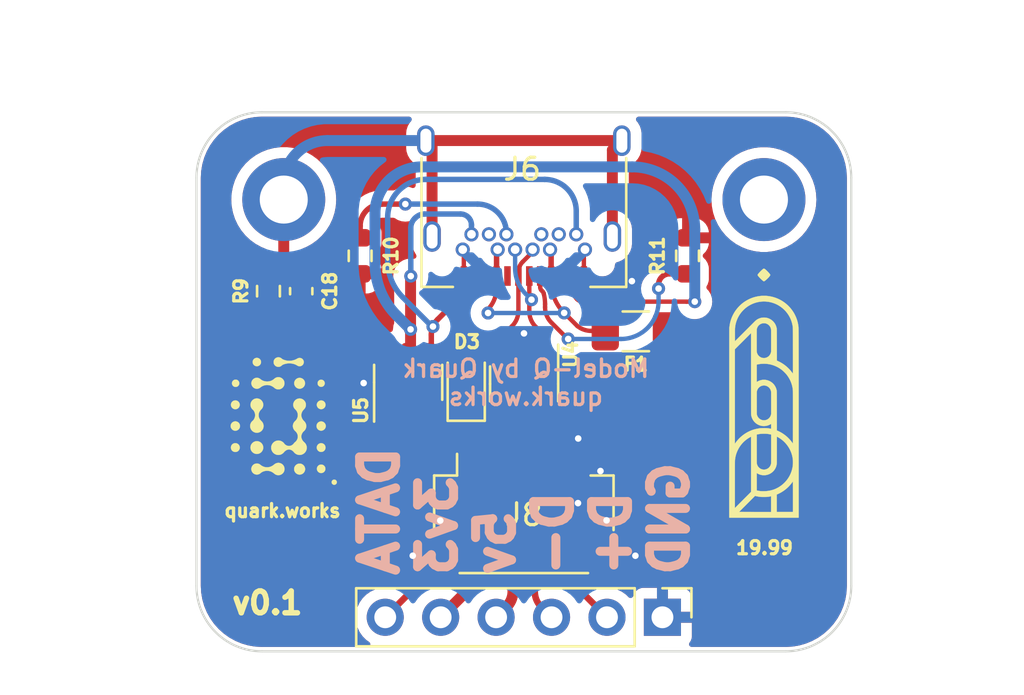
<source format=kicad_pcb>
(kicad_pcb (version 20221018) (generator pcbnew)
  (layers (0 "F.Cu" signal) (31 "B.Cu" signal) (34 "B.Paste" user) (35 "F.Paste" user) (36 "B.SilkS" user "B.Silkscreen") (37 "F.SilkS" user "F.Silkscreen") (38 "B.Mask" user) (39 "F.Mask" user) (44 "Edge.Cuts" user))
  (net 0 "")
  (net 1 "Net-(F1-Pad1)")
  (net 2 "+5V")
  (net 3 "GND")
  (net 4 "3vCable")
  (net 5 "Net-(J6-SHIELD)")
  (net 7 "DBUS+")
  (net 8 "DBUS-")
  (net 9 "Net-(J6-CC1)")
  (net 11 "DATA")
  (net 14 "Net-(J6-CC2)")
  (net 17 "D+")
  (net 18 "D-")
  (net 19 "DATABUS")
  (net 22 "3vDiode")
  (footprint "Diode_SMD:D_SOD-323" (layer "F.Cu") (at 35.3 30.6175 90)
    (fp_text reference "D3")
    (fp_text value "Schottky Diode")
  )
  (footprint "MountingHole:MountingHole_2.2mm_M2_DIN965_Pad" (layer "F.Cu") (at 48.94 22.093961)
    (fp_text reference "H10" hide)
    (fp_text value "MountingHole" hide)
  )
  (footprint "Fuse:Fuse_1206_3216Metric" (layer "F.Cu") (at 43.0715 28.13005)
    (fp_text reference "F1")
    (fp_text value "500 mA")
  )
  (footprint "Connector_JST:JST_SH_SM06B-SRSS-TB_1x06-1MP_P1.00mm_Horizontal" (layer "F.Cu") (at 37.94 36.52)
    (fp_text reference "J8")
    (fp_text value "Conn_01x06")
  )
  (footprint "Package_TO_SOT_SMD:SOT-23-6" (layer "F.Cu") (at 32.64 30.465513 90)
    (fp_text reference "U5")
    (fp_text value "USBLC6-2SC6")
  )
  (footprint "Resistor_SMD:R_0603_1608Metric" (layer "F.Cu") (at 26.24 26.29 90)
    (fp_text reference "R9")
    (fp_text value "1M")
  )
  (footprint "Package_TO_SOT_SMD:SOT-23-6" (layer "F.Cu") (at 37.952461 30.537661 -90)
    (fp_text reference "U4")
    (fp_text value "USBLC6-2SC6")
  )
  (footprint "1999:1999 logo md" (layer "F.Cu") (at 48.725369 30.928984)
    (fp_text reference "H12" hide)
    (fp_text value "1999 logo" hide)
  )
  (footprint "Resistor_SMD:R_0603_1608Metric" (layer "F.Cu") (at 45.44 24.67005 90)
    (fp_text reference "R11")
    (fp_text value "5.1k")
  )
  (footprint "MountingHole:MountingHole_2.2mm_M2_DIN965_Pad" (layer "F.Cu") (at 26.94 22.093961)
    (fp_text reference "H9" hide)
    (fp_text value "MountingHole_Pad" hide)
  )
  (footprint "Rectangles:TYPE-C_24P_QCHT" (layer "F.Cu") (at 37.94 17.575 180)
    (fp_text reference "J6")
    (fp_text value "USB C Connector")
  )
  (footprint "Resistor_SMD:R_0603_1608Metric" (layer "F.Cu") (at 30.44 24.67005 90)
    (fp_text reference "R10")
    (fp_text value "5.1k")
  )
  (footprint "qw-logo:qw new logo silk + copper sm" (layer "F.Cu") (at 26.94 32.24)
    (fp_text reference "H11" hide)
    (fp_text value "qw logo" hide)
  )
  (footprint "Connector_PinHeader_2.54mm:PinHeader_1x06_P2.54mm_Vertical" (layer "F.Cu") (at 44.288893 41.23 -90)
    (fp_text reference "J7" hide)
    (fp_text value "Conn_01x06" hide)
  )
  (footprint "Capacitor_SMD:C_0603_1608Metric" (layer "F.Cu") (at 27.74 26.29 -90)
    (fp_text reference "C18")
    (fp_text value "4.7u")
  )
  (gr_arc (start 25.94 42.79) (mid 23.81868 41.91132) (end 22.94 39.79) (stroke (width 0.1)) (layer "Edge.Cuts"))
  (gr_line (start 49.94 18.093961) (end 25.94 18.093961) (stroke (width 0.1)) (layer "Edge.Cuts"))
  (gr_arc (start 49.94 18.093961) (mid 52.06132 18.972641) (end 52.94 21.093961) (stroke (width 0.1)) (layer "Edge.Cuts"))
  (gr_line (start 22.94 39.79) (end 22.94 21.093961) (stroke (width 0.1)) (layer "Edge.Cuts"))
  (gr_line (start 52.94 39.79) (end 52.94 21.093961) (stroke (width 0.1)) (layer "Edge.Cuts"))
  (gr_arc (start 22.94 21.093961) (mid 23.818693 18.972666) (end 25.94 18.093961) (stroke (width 0.1)) (layer "Edge.Cuts"))
  (gr_line (start 49.94 42.79) (end 25.94 42.79) (stroke (width 0.1)) (layer "Edge.Cuts"))
  (gr_arc (start 52.94 39.79) (mid 52.06132 41.91132) (end 49.94 42.79) (stroke (width 0.1)) (layer "Edge.Cuts"))
  (gr_text "Model-Q by Quark\nquark.works" (at 38.03 31.59) (layer "B.SilkS") (effects (font (size 0.8 0.8) (thickness 0.15) bold) (justify bottom mirror)))
  (gr_text "DATA\n3v3\n5v\nD-\nD+\nGND" (at 45.57 39.5 90) (layer "B.SilkS") (effects (font (size 1.65 1.65) (thickness 0.4125) bold) (justify right bottom mirror)))
  (gr_text "v0.1" (at 24.45 41.16) (layer "F.SilkS") (effects (font (size 1 1) (thickness 0.25) bold) (justify left bottom)))
  (gr_text "quark.works" (at 24.14 36.7) (layer "F.SilkS") (effects (font (size 0.6 0.6) (thickness 0.15) bold) (justify left bottom)))
  (gr_text "19.99" (at 47.58 38.4) (layer "F.SilkS") (effects (font (size 0.6 0.6) (thickness 0.15) bold) (justify left bottom)))
  (segment (start 39.787052 27.285602) (end 39.787052 27.282689) (width 0.2) (layer "F.Cu") (net 1))
  (segment (start 39.787052 27.282689) (end 39.694129 27.189766) (width 0.2) (layer "F.Cu") (net 1))
  (segment (start 39.787052 27.285602) (end 39.789867 27.285602) (width 0.2) (layer "F.Cu") (net 1))
  (segment (start 41.025714 28.11005) (end 41.9115 28.11005) (width 0.2) (layer "F.Cu") (net 1))
  (segment (start 36.69 26.145773) (end 36.69 25.59005) (width 0.2) (layer "F.Cu") (net 1))
  (segment (start 39.789867 27.285602) (end 40.38952 27.885255) (width 0.2) (layer "F.Cu") (net 1))
  (segment (start 36.3 27.29) (end 36.3 27.108915) (width 0.2) (layer "F.Cu") (net 1))
  (segment (start 39.19 25.59005) (end 39.19 24.43005) (width 0.25) (layer "F.Cu") (net 1))
  (segment (start 36.3 27.108915) (end 36.3588 27.050115) (width 0.2) (layer "F.Cu") (net 1))
  (segment (start 39.19 25.844191) (end 39.19 25.59005) (width 0.2) (layer "F.Cu") (net 1))
  (segment (start 36.69 25.59005) (end 36.69 24.43005) (width 0.25) (layer "F.Cu") (net 1))
  (segment (start 39.19 24.43005) (end 39.14 24.38005) (width 0.25) (layer "F.Cu") (net 1))
  (segment (start 36.69 24.43005) (end 36.74 24.38005) (width 0.25) (layer "F.Cu") (net 1))
  (via (at 36.3 27.29) (size 0.6) (drill 0.3) (layers "F.Cu" "B.Cu") (net 1))
  (via (at 39.787052 27.285602) (size 0.6) (drill 0.3) (layers "F.Cu" "B.Cu") (net 1))
  (arc (start 40.38952 27.885255) (mid 40.688824 28.051596) (end 41.025714 28.11005) (width 0.2) (layer "F.Cu") (net 1))
  (arc (start 36.3588 27.050115) (mid 36.604089 26.626895) (end 36.69 26.145773) (width 0.2) (layer "F.Cu") (net 1))
  (arc (start 39.694129 27.189766) (mid 39.320649 26.562243) (end 39.19 25.844191) (width 0.2) (layer "F.Cu") (net 1))
  (segment (start 39.782654 27.29) (end 36.3 27.29) (width 0.2) (layer "B.Cu") (net 1))
  (segment (start 39.787052 27.285602) (end 39.782654 27.29) (width 0.2) (layer "B.Cu") (net 1))
  (segment (start 37.147107 40.751786) (end 36.668893 41.23) (width 0.5) (layer "F.Cu") (net 2))
  (segment (start 43.053602 30.54) (end 36.852869 30.54) (width 0.5) (layer "F.Cu") (net 2))
  (segment (start 37.44 34.52) (end 37.44 40.044679) (width 0.5) (layer "F.Cu") (net 2))
  (segment (start 37.952461 31.675161) (end 37.952461 30.635122) (width 0.5) (layer "F.Cu") (net 2))
  (segment (start 37.44 33.69) (end 37.44 34.52) (width 0.5) (layer "F.Cu") (net 2))
  (segment (start 36.24 31.152869) (end 36.24 32.137467) (width 0.5) (layer "F.Cu") (net 2))
  (segment (start 44.4715 28.13005) (end 44.4715 29.122102) (width 0.5) (layer "F.Cu") (net 2))
  (segment (start 36.489278 32.739278) (end 37.44 33.69) (width 0.5) (layer "F.Cu") (net 2))
  (arc (start 44.4715 29.122102) (mid 44.056207 30.124707) (end 43.053602 30.54) (width 0.5) (layer "F.Cu") (net 2))
  (arc (start 37.44 40.044679) (mid 37.36388 40.427362) (end 37.147107 40.751786) (width 0.5) (layer "F.Cu") (net 2))
  (arc (start 36.24 31.152869) (mid 36.419505 30.719505) (end 36.852869 30.54) (width 0.5) (layer "F.Cu") (net 2))
  (arc (start 36.489278 32.739278) (mid 36.304785 32.463165) (end 36.24 32.137467) (width 0.5) (layer "F.Cu") (net 2))
  (segment (start 41.74 36.8) (end 41.73 36.79) (width 0.5) (layer "F.Cu") (net 3))
  (segment (start 40.69 25.59005) (end 40.69 25.75) (width 0.3) (layer "F.Cu") (net 3))
  (segment (start 37.952461 29.400161) (end 37.952461 28.230427) (width 0.25) (layer "F.Cu") (net 3))
  (segment (start 40.44 34.52) (end 40.44 35.98) (width 0.5) (layer "F.Cu") (net 3))
  (segment (start 41.74 38.395) (end 41.74 36.8) (width 0.5) (layer "F.Cu") (net 3))
  (segment (start 40.44 33.05) (end 40.43 33.04) (width 0.5) (layer "F.Cu") (net 3))
  (segment (start 34.14 38.395) (end 32.865 38.395) (width 0.5) (layer "F.Cu") (net 3))
  (segment (start 34.14 38.395) (end 34.14 36.83) (width 0.5) (layer "F.Cu") (net 3))
  (segment (start 42.692843 26.027157) (end 42.89 25.83) (width 0.3) (layer "F.Cu") (net 3))
  (segment (start 35.19 24.43005) (end 35.14 24.38005) (width 0.2) (layer "F.Cu") (net 3))
  (segment (start 41.674264 26.32005) (end 41.985736 26.32005) (width 0.3) (layer "F.Cu") (net 3))
  (segment (start 34.14 36.83) (end 34.11 36.8) (width 0.5) (layer "F.Cu") (net 3))
  (segment (start 41.74 38.395) (end 43.035 38.395) (width 0.5) (layer "F.Cu") (net 3))
  (segment (start 37.9415 28.88255) (end 37.9415 29.373419) (width 0.2) (layer "F.Cu") (net 3))
  (segment (start 37.952461 28.230427) (end 37.946334 28.2243) (width 0.25) (layer "F.Cu") (net 3))
  (segment (start 43.035 38.395) (end 43.05 38.41) (width 0.5) (layer "F.Cu") (net 3))
  (segment (start 30.601987 30.498013) (end 30.6 30.5) (width 0.25) (layer "F.Cu") (net 3))
  (segment (start 41.44 34.52) (end 41.45 34.53) (width 0.5) (layer "F.Cu") (net 3))
  (segment (start 40.44 35.98) (end 40.42 36) (width 0.5) (layer "F.Cu") (net 3))
  (segment (start 35.19 25.59005) (end 35.19 24.43005) (width 0.2) (layer "F.Cu") (net 3))
  (segment (start 40.44 34.52) (end 41.44 34.52) (width 0.5) (layer "F.Cu") (net 3))
  (segment (start 32.75 31.603013) (end 32.75 31.217252) (width 0.25) (layer "F.Cu") (net 3))
  (segment (start 32.030761 30.498013) (end 30.62 30.498013) (width 0.25) (layer "F.Cu") (net 3))
  (segment (start 40.44 34.52) (end 40.44 33.05) (width 0.5) (layer "F.Cu") (net 3))
  (segment (start 32.559619 30.757632) (end 32.49038 30.688393) (width 0.25) (layer "F.Cu") (net 3))
  (segment (start 30.62 30.498013) (end 30.601987 30.498013) (width 0.25) (layer "F.Cu") (net 3))
  (segment (start 32.865 38.395) (end 32.85 38.41) (width 0.5) (layer "F.Cu") (net 3))
  (segment (start 40.69 25.75) (end 40.967157 26.027157) (width 0.3) (layer "F.Cu") (net 3))
  (segment (start 40.69 25.59005) (end 40.69 24.43005) (width 0.2) (layer "F.Cu") (net 3))
  (segment (start 40.69 24.43005) (end 40.74 24.38005) (width 0.2) (layer "F.Cu") (net 3))
  (via (at 30.6 30.5) (size 0.6) (drill 0.3) (layers "F.Cu" "B.Cu") (net 3))
  (via (at 41.45 34.53) (size 0.6) (drill 0.3) (layers "F.Cu" "B.Cu") (net 3))
  (via (at 42.89 25.83) (size 0.6) (drill 0.3) (layers "F.Cu" "B.Cu") (net 3))
  (via (at 34.11 36.8) (size 0.6) (drill 0.3) (layers "F.Cu" "B.Cu") (net 3))
  (via (at 40.43 33.04) (size 0.6) (drill 0.3) (layers "F.Cu" "B.Cu") (net 3))
  (via (at 43.05 38.41) (size 0.6) (drill 0.3) (layers "F.Cu" "B.Cu") (net 3))
  (via (at 40.42 36) (size 0.6) (drill 0.3) (layers "F.Cu" "B.Cu") (net 3))
  (via (at 37.946334 28.2243) (size 0.6) (drill 0.3) (layers "F.Cu" "B.Cu") (net 3))
  (via (at 41.73 36.79) (size 0.6) (drill 0.3) (layers "F.Cu" "B.Cu") (net 3))
  (via (at 32.85 38.41) (size 0.6) (drill 0.3) (layers "F.Cu" "B.Cu") (net 3))
  (arc (start 32.49038 30.688393) (mid 32.279505 30.547491) (end 32.030761 30.498013) (width 0.25) (layer "F.Cu") (net 3))
  (arc (start 32.559619 30.757632) (mid 32.700522 30.968507) (end 32.75 31.217252) (width 0.25) (layer "F.Cu") (net 3))
  (arc (start 42.692843 26.027157) (mid 42.36842 26.24393) (end 41.985736 26.32005) (width 0.3) (layer "F.Cu") (net 3))
  (arc (start 40.967157 26.027157) (mid 41.29158 26.24393) (end 41.674264 26.32005) (width 0.3) (layer "F.Cu") (net 3))
  (segment (start 32.75 25.61) (end 32.76 25.6) (width 0.5) (layer "F.Cu") (net 4))
  (segment (start 35.3 29.718013) (end 35.3 29.5675) (width 0.5) (layer "F.Cu") (net 4))
  (segment (start 40.19 26.207914) (end 40.19 25.59005) (width 0.2) (layer "F.Cu") (net 4))
  (segment (start 45.39 26.77005) (end 40.657185 26.77005) (width 0.2) (layer "F.Cu") (net 4))
  (segment (start 32.75 28.04) (end 32.75 29.9) (width 0.5) (layer "F.Cu") (net 4))
  (segment (start 34.399487 30.468013) (end 34.55 30.468013) (width 0.5) (layer "F.Cu") (net 4))
  (segment (start 45.76995 26.77005) (end 45.77 26.77) (width 0.2) (layer "F.Cu") (net 4))
  (segment (start 32.75 29.328013) (end 32.75 29.884878) (width 0.5) (layer "F.Cu") (net 4))
  (segment (start 45.39 26.77005) (end 45.76995 26.77005) (width 0.2) (layer "F.Cu") (net 4))
  (segment (start 32.75 28.04) (end 32.75 25.61) (width 0.5) (layer "F.Cu") (net 4))
  (segment (start 34.3925 30.475) (end 33.340122 30.475) (width 0.5) (layer "F.Cu") (net 4))
  (segment (start 33.340122 30.475) (end 33.333135 30.468013) (width 0.5) (layer "F.Cu") (net 4))
  (segment (start 34.399487 30.468013) (end 34.3925 30.475) (width 0.5) (layer "F.Cu") (net 4))
  (segment (start 32.896447 30.238432) (end 32.979582 30.321567) (width 0.5) (layer "F.Cu") (net 4))
  (via (at 32.76 25.6) (size 0.6) (drill 0.3) (layers "F.Cu" "B.Cu") (net 4))
  (via (at 32.75 28.04) (size 0.6) (drill 0.3) (layers "F.Cu" "B.Cu") (net 4))
  (via (at 45.77 26.77) (size 0.6) (drill 0.3) (layers "F.Cu" "B.Cu") (net 4))
  (arc (start 35.3 29.718013) (mid 35.08033 30.248343) (end 34.55 30.468013) (width 0.5) (layer "F.Cu") (net 4))
  (arc (start 32.979582 30.321567) (mid 33.141794 30.429953) (end 33.333135 30.468013) (width 0.5) (layer "F.Cu") (net 4))
  (arc (start 40.657185 26.77005) (mid 40.504112 26.739602) (end 40.374343 26.652893) (width 0.2) (layer "F.Cu") (net 4))
  (arc (start 40.374343 26.652893) (mid 40.237898 26.448711) (end 40.19 26.207914) (width 0.2) (layer "F.Cu") (net 4))
  (arc (start 32.75 29.884878) (mid 32.78806 30.07622) (end 32.896447 30.238432) (width 0.5) (layer "F.Cu") (net 4))
  (segment (start 32.118065 27.408065) (end 32.75 28.04) (width 0.5) (layer "B.Cu") (net 4))
  (segment (start 32.969214 22.930786) (end 32.935736 22.964264) (width 0.25) (layer "B.Cu") (net 4))
  (segment (start 35.04 22.75505) (end 33.393478 22.75505) (width 0.25) (layer "B.Cu") (net 4))
  (segment (start 32.76 23.388528) (end 32.76 25.6) (width 0.25) (layer "B.Cu") (net 4))
  (segment (start 35.54 23.68005) (end 35.54 23.25505) (width 0.25) (layer "B.Cu") (net 4))
  (segment (start 42.901084 20.595) (end 33.26171 20.595) (width 0.5) (layer "B.Cu") (net 4))
  (segment (start 31.12 22.73671) (end 31.12 24.998523) (width 0.5) (layer "B.Cu") (net 4))
  (segment (start 45.77 26.77) (end 45.77 23.463916) (width 0.5) (layer "B.Cu") (net 4))
  (arc (start 32.76 23.388528) (mid 32.805672 23.158918) (end 32.935736 22.964264) (width 0.25) (layer "B.Cu") (net 4))
  (arc (start 33.393478 22.75505) (mid 33.163868 22.800722) (end 32.969214 22.930786) (width 0.25) (layer "B.Cu") (net 4))
  (arc (start 35.54 23.25505) (mid 35.393553 22.901497) (end 35.04 22.75505) (width 0.25) (layer "B.Cu") (net 4))
  (arc (start 42.901084 20.595) (mid 44.929714 21.435286) (end 45.77 23.463916) (width 0.5) (layer "B.Cu") (net 4))
  (arc (start 33.26171 20.595) (mid 31.747292 21.222292) (end 31.12 22.73671) (width 0.5) (layer "B.Cu") (net 4))
  (arc (start 31.12 24.998523) (mid 31.379389 26.302558) (end 32.118065 27.408065) (width 0.5) (layer "B.Cu") (net 4))
  (segment (start 26.94 22.093961) (end 26.94 24.715) (width 0.5) (layer "F.Cu") (net 5))
  (segment (start 41.995 23.78005) (end 41.995 19.82505) (width 0.5) (layer "F.Cu") (net 5))
  (segment (start 26.94 24.715) (end 27.74 25.515) (width 0.5) (layer "F.Cu") (net 5))
  (segment (start 33.735 19.67505) (end 33.45 19.39005) (width 0.5) (layer "F.Cu") (net 5))
  (segment (start 26.94 24.715) (end 26.94 24.765) (width 0.5) (layer "F.Cu") (net 5))
  (segment (start 27.69 25.465) (end 27.74 25.515) (width 0.5) (layer "F.Cu") (net 5))
  (segment (start 33.735 19.67505) (end 33.735 23.78005) (width 0.5) (layer "F.Cu") (net 5))
  (segment (start 41.995 19.82505) (end 42.43 19.39005) (width 0.5) (layer "F.Cu") (net 5))
  (segment (start 33.45 19.39005) (end 42.43 19.39005) (width 0.5) (layer "F.Cu") (net 5))
  (segment (start 26.24 25.465) (end 27.69 25.465) (width 0.5) (layer "F.Cu") (net 5))
  (segment (start 26.94 24.765) (end 26.24 25.465) (width 0.5) (layer "F.Cu") (net 5))
  (segment (start 33.45 19.39005) (end 28.94 19.39005) (width 0.5) (layer "B.Cu") (net 5))
  (segment (start 26.94 21.39005) (end 26.94 22.093961) (width 0.5) (layer "B.Cu") (net 5))
  (arc (start 28.94 19.39005) (mid 27.525786 19.975836) (end 26.94 21.39005) (width 0.5) (layer "B.Cu") (net 5))
  (segment (start 38.8915 28.88255) (end 38.8915 28.744264) (width 0.2) (layer "F.Cu") (net 7))
  (segment (start 38.19 27.214336) (end 38.19 25.59005) (width 0.2) (layer "F.Cu") (net 7))
  (segment (start 38.598607 28.037157) (end 38.482893 27.921443) (width 0.2) (layer "F.Cu") (net 7))
  (via (at 38.2895 26.68005) (size 0.6) (drill 0.3) (layers "F.Cu" "B.Cu") (net 7))
  (arc (start 38.19 27.214336) (mid 38.26612 27.597019) (end 38.482893 27.921443) (width 0.2) (layer "F.Cu") (net 7))
  (arc (start 38.8915 28.744264) (mid 38.81538 28.361581) (end 38.598607 28.037157) (width 0.2) (layer "F.Cu") (net 7))
  (segment (start 37.54 25.237592) (end 37.54 24.38005) (width 0.2) (layer "B.Cu") (net 7))
  (segment (start 38.2895 26.68005) (end 38.029995 26.420545) (width 0.2) (layer "B.Cu") (net 7))
  (arc (start 37.54 25.237592) (mid 37.667346 25.877801) (end 38.029995 26.420545) (width 0.2) (layer "B.Cu") (net 7))
  (segment (start 37.69 25.59005) (end 37.69 25.555764) (width 0.2) (layer "F.Cu") (net 8))
  (segment (start 37.284393 28.007157) (end 37.397107 27.894443) (width 0.2) (layer "F.Cu") (net 8))
  (segment (start 38.34 24.49155) (end 38.34 24.38005) (width 0.2) (layer "F.Cu") (net 8))
  (segment (start 37.69 27.187336) (end 37.69 25.59005) (width 0.2) (layer "F.Cu") (net 8))
  (segment (start 37.888246 24.943304) (end 38.34 24.49155) (width 0.2) (layer "F.Cu") (net 8))
  (segment (start 37.69 25.555764) (end 37.689998 25.421925) (width 0.2) (layer "F.Cu") (net 8))
  (segment (start 36.9915 28.88255) (end 36.9915 28.714264) (width 0.2) (layer "F.Cu") (net 8))
  (arc (start 37.689998 25.421925) (mid 37.741519 25.162897) (end 37.888246 24.943304) (width 0.2) (layer "F.Cu") (net 8))
  (arc (start 36.9915 28.714264) (mid 37.06762 28.331581) (end 37.284393 28.007157) (width 0.2) (layer "F.Cu") (net 8))
  (arc (start 37.69 27.187336) (mid 37.61388 27.570019) (end 37.397107 27.894443) (width 0.2) (layer "F.Cu") (net 8))
  (segment (start 39.9615 28.49005) (end 39.204568 27.733118) (width 0.2) (layer "F.Cu") (net 9))
  (segment (start 38.69 26.11164) (end 38.69 25.59005) (width 0.2) (layer "F.Cu") (net 9))
  (segment (start 38.911675 27.026011) (end 38.911675 26.88184) (width 0.2) (layer "F.Cu") (net 9))
  (segment (start 38.795268 26.299751) (end 38.748578 26.253061) (width 0.2) (layer "F.Cu") (net 9))
  (segment (start 44.1115 25.99505) (end 44.1115 26.17055) (width 0.25) (layer "F.Cu") (net 9))
  (segment (start 38.846657 26.388011) (end 38.847031 26.389406) (width 0.2) (layer "F.Cu") (net 9))
  (segment (start 45.44 25.49505) (end 44.6115 25.49505) (width 0.25) (layer "F.Cu") (net 9))
  (via (at 39.9715 28.48005) (size 0.6) (drill 0.3) (layers "F.Cu" "B.Cu") (net 9))
  (via (at 44.1115 26.17055) (size 0.6) (drill 0.3) (layers "F.Cu" "B.Cu") (net 9))
  (arc (start 38.69 26.11164) (mid 38.705224 26.188176) (end 38.748578 26.253061) (width 0.2) (layer "F.Cu") (net 9))
  (arc (start 38.846657 26.388011) (mid 38.895351 26.632795) (end 38.911675 26.88184) (width 0.2) (layer "F.Cu") (net 9))
  (arc (start 38.911675 27.026011) (mid 38.987795 27.408694) (end 39.204568 27.733118) (width 0.2) (layer "F.Cu") (net 9))
  (arc (start 38.847031 26.389406) (mid 38.827051 26.341171) (end 38.795268 26.299751) (width 0.2) (layer "F.Cu") (net 9))
  (arc (start 44.6115 25.49505) (mid 44.257947 25.641497) (end 44.1115 25.99505) (width 0.25) (layer "F.Cu") (net 9))
  (segment (start 44.1115 26.75448) (end 44.1115 26.17055) (width 0.2) (layer "B.Cu") (net 9))
  (segment (start 39.9715 28.48005) (end 42.38593 28.48005) (width 0.2) (layer "B.Cu") (net 9))
  (arc (start 44.1115 26.75448) (mid 43.606092 27.974642) (end 42.38593 28.48005) (width 0.2) (layer "B.Cu") (net 9))
  (segment (start 34.291115 39.72) (end 33.513107 39.72) (width 0.3) (layer "F.Cu") (net 11))
  (segment (start 35.44 34.52) (end 35.44 38.529314) (width 0.3) (layer "F.Cu") (net 11))
  (segment (start 33.992893 32.462893) (end 35.147107 33.617107) (width 0.3) (layer "F.Cu") (net 11))
  (segment (start 35.147107 39.236421) (end 34.926864 39.456664) (width 0.3) (layer "F.Cu") (net 11))
  (segment (start 33.7 31.603013) (end 33.7 31.755786) (width 0.3) (layer "F.Cu") (net 11))
  (segment (start 32.806 40.012893) (end 31.588893 41.23) (width 0.3) (layer "F.Cu") (net 11))
  (segment (start 35.44 34.324214) (end 35.44 34.52) (width 0.3) (layer "F.Cu") (net 11))
  (arc (start 32.806 40.012893) (mid 33.130423 39.79612) (end 33.513107 39.72) (width 0.3) (layer "F.Cu") (net 11))
  (arc (start 35.147107 33.617107) (mid 35.36388 33.94153) (end 35.44 34.324214) (width 0.3) (layer "F.Cu") (net 11))
  (arc (start 33.992893 32.462893) (mid 33.77612 32.13847) (end 33.7 31.755786) (width 0.3) (layer "F.Cu") (net 11))
  (arc (start 34.926864 39.456664) (mid 34.63518 39.651561) (end 34.291115 39.72) (width 0.3) (layer "F.Cu") (net 11))
  (arc (start 35.44 38.529314) (mid 35.36388 38.911997) (end 35.147107 39.236421) (width 0.3) (layer "F.Cu") (net 11))
  (segment (start 31.44 22.30028) (end 32.510437 22.30028) (width 0.25) (layer "F.Cu") (net 14))
  (segment (start 30.44 23.84505) (end 30.44 23.30028) (width 0.25) (layer "F.Cu") (net 14))
  (via (at 32.510437 22.30028) (size 0.6) (drill 0.3) (layers "F.Cu" "B.Cu") (net 14))
  (arc (start 31.44 22.30028) (mid 30.732893 22.593173) (end 30.44 23.30028) (width 0.25) (layer "F.Cu") (net 14))
  (segment (start 32.510717 22.3) (end 35.816318 22.3) (width 0.25) (layer "B.Cu") (net 14))
  (segment (start 37.14 23.623682) (end 37.14 23.68005) (width 0.25) (layer "B.Cu") (net 14))
  (arc (start 35.816318 22.3) (mid 36.752303 22.687697) (end 37.14 23.623682) (width 0.25) (layer "B.Cu") (net 14))
  (segment (start 39.732893 39.214) (end 41.748893 41.23) (width 0.3) (layer "F.Cu") (net 17))
  (segment (start 38.902461 32.39934) (end 38.902461 31.675161) (width 0.3) (layer "F.Cu") (net 17))
  (segment (start 39.44 33.558199) (end 39.44 34.52) (width 0.3) (layer "F.Cu") (net 17))
  (segment (start 39.44 34.52) (end 39.44 38.506893) (width 0.3) (layer "F.Cu") (net 17))
  (segment (start 39.122131 32.92967) (end 39.22033 33.027869) (width 0.3) (layer "F.Cu") (net 17))
  (arc (start 39.122131 32.92967) (mid 38.959551 32.686353) (end 38.902461 32.39934) (width 0.3) (layer "F.Cu") (net 17))
  (arc (start 39.44 38.506893) (mid 39.51612 38.889576) (end 39.732893 39.214) (width 0.3) (layer "F.Cu") (net 17))
  (arc (start 39.22033 33.027869) (mid 39.38291 33.271186) (end 39.44 33.558199) (width 0.3) (layer "F.Cu") (net 17))
  (segment (start 38.44 34.52) (end 38.44 40.046893) (width 0.3) (layer "F.Cu") (net 18))
  (segment (start 38.732893 40.754) (end 39.208893 41.23) (width 0.3) (layer "F.Cu") (net 18))
  (segment (start 37.002461 31.798247) (end 37.002461 31.675161) (width 0.3) (layer "F.Cu") (net 18))
  (segment (start 38.147107 33.357107) (end 37.295354 32.505354) (width 0.3) (layer "F.Cu") (net 18))
  (segment (start 38.44 34.52) (end 38.44 34.064214) (width 0.3) (layer "F.Cu") (net 18))
  (arc (start 37.002461 31.798247) (mid 37.078581 32.18093) (end 37.295354 32.505354) (width 0.3) (layer "F.Cu") (net 18))
  (arc (start 38.732893 40.754) (mid 38.51612 40.429577) (end 38.44 40.046893) (width 0.3) (layer "F.Cu") (net 18))
  (arc (start 38.44 34.064214) (mid 38.36388 33.681531) (end 38.147107 33.357107) (width 0.3) (layer "F.Cu") (net 18))
  (segment (start 35.69 25.59005) (end 35.69 26.053127) (width 0.25) (layer "F.Cu") (net 19))
  (segment (start 34.732893 27.09005) (end 34.694393 27.09005) (width 0.25) (layer "F.Cu") (net 19))
  (segment (start 35.487115 26.542935) (end 35.086409 26.943641) (width 0.25) (layer "F.Cu") (net 19))
  (segment (start 33.7 29.9) (end 33.7 28.29155) (width 0.25) (layer "F.Cu") (net 19))
  (segment (start 33.992893 27.584443) (end 34.34084 27.236496) (width 0.25) (layer "F.Cu") (net 19))
  (via (at 33.775671 27.91) (size 0.6) (drill 0.3) (layers "F.Cu" "B.Cu") (net 19))
  (arc (start 35.487115 26.542935) (mid 35.637272 26.318209) (end 35.69 26.053127) (width 0.25) (layer "F.Cu") (net 19))
  (arc (start 33.992893 27.584443) (mid 33.77612 27.908866) (end 33.7 28.29155) (width 0.25) (layer "F.Cu") (net 19))
  (arc (start 34.694393 27.09005) (mid 34.503052 27.12811) (end 34.34084 27.236496) (width 0.25) (layer "F.Cu") (net 19))
  (arc (start 35.086409 26.943641) (mid 34.924235 27.052001) (end 34.732893 27.09005) (width 0.25) (layer "F.Cu") (net 19))
  (segment (start 31.7 22.915048) (end 31.7 24.893747) (width 0.25) (layer "B.Cu") (net 19))
  (segment (start 33.743007 27.877336) (end 33.775671 27.91) (width 0.25) (layer "B.Cu") (net 19))
  (segment (start 32.395503 26.572839) (end 33.7 27.877336) (width 0.25) (layer "B.Cu") (net 19))
  (segment (start 33.7 27.877336) (end 33.743007 27.877336) (width 0.25) (layer "B.Cu") (net 19))
  (segment (start 38.893278 21.17) (end 33.445048 21.17) (width 0.25) (layer "B.Cu") (net 19))
  (segment (start 40.34 23.68005) (end 40.34 22.616722) (width 0.25) (layer "B.Cu") (net 19))
  (arc (start 32.395503 26.572839) (mid 31.880756 25.802465) (end 31.7 24.893747) (width 0.25) (layer "B.Cu") (net 19))
  (arc (start 40.34 22.616722) (mid 39.916265 21.593735) (end 38.893278 21.17) (width 0.25) (layer "B.Cu") (net 19))
  (arc (start 33.445048 21.17) (mid 32.211113 21.681113) (end 31.7 22.915048) (width 0.25) (layer "B.Cu") (net 19))
  (segment (start 35.3 32.038833) (end 35.3 31.6675) (width 0.5) (layer "F.Cu") (net 22))
  (segment (start 36.147107 39.211786) (end 34.128893 41.23) (width 0.5) (layer "F.Cu") (net 22))
  (segment (start 36.44 34.310686) (end 36.44 34.52) (width 0.5) (layer "F.Cu") (net 22))
  (segment (start 36.147107 33.603579) (end 35.807447 33.263919) (width 0.5) (layer "F.Cu") (net 22))
  (segment (start 36.44 34.52) (end 36.44 38.504679) (width 0.5) (layer "F.Cu") (net 22))
  (arc (start 36.147107 39.211786) (mid 36.36388 38.887363) (end 36.44 38.504679) (width 0.5) (layer "F.Cu") (net 22))
  (arc (start 35.807447 33.263919) (mid 35.431881 32.701845) (end 35.3 32.038833) (width 0.5) (layer "F.Cu") (net 22))
  (arc (start 36.44 34.310686) (mid 36.36388 33.928003) (end 36.147107 33.603579) (width 0.5) (layer "F.Cu") (net 22))
  (zone (net 3) (net_name "GND") (layers "F&B.Cu") (connect_pads (clearance 0.5)) (min_thickness 0.25) (fill yes (thermal_gap 0.5) (thermal_bridge_width 0.5))
    (polygon (pts (xy 13.94 12.95) (xy 60.87 12.95) (xy 60.87 35.48) (xy 51.53 44.82) (xy 24.14 44.82) (xy 13.94 34.62)))
  )
)
</source>
